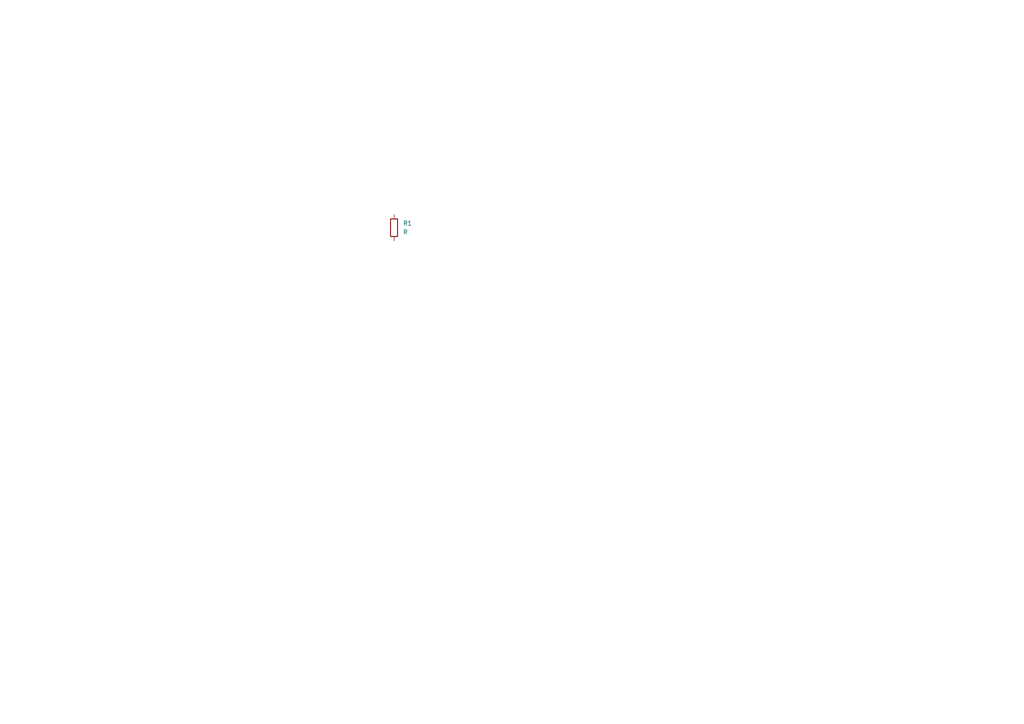
<source format=kicad_sch>
(kicad_sch (version 20231120) (generator "eeschema") (generator_version "8.0")
  (paper "A4")
  (lib_symbols
    (symbol "Device:R" (pin_numbers hide) (pin_names (offset 0))
      (property "Reference" "R" (at 2.032 0 90))
      (property "Value" "R" (at 0 0 90))
      (symbol "R_0_1"
        (rectangle (start -1.016 -2.54) (end 1.016 2.54) (stroke (width 0.254)))
      )
      (symbol "R_1_1"
        (pin passive line (at 0 3.81 270) (length 1.27) (name "~") (number "1"))
        (pin passive line (at 0 -3.81 90) (length 1.27) (name "~") (number "2"))
      )
    )
  )
  (symbol (lib_id "Device:R") (at 114.3 66.04 0) (unit 1)
    (property "Reference" "R1" (at 116.84 64.7699 0) (effects (justify left)))
    (property "Value" "R" (at 116.84 67.3099 0) (effects (justify left)))
    (property "Description" "Resistor" (effects (hide yes)))
  )
)
</source>
